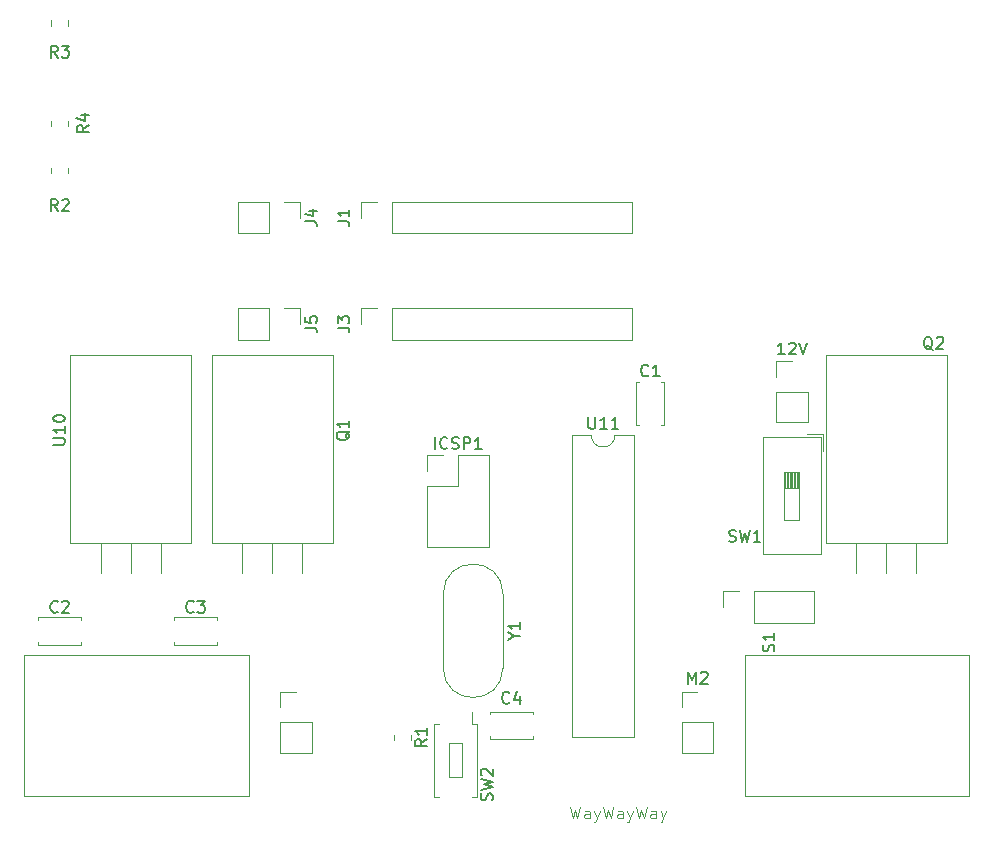
<source format=gbr>
%TF.GenerationSoftware,KiCad,Pcbnew,8.0.8*%
%TF.CreationDate,2025-07-28T16:06:37+02:00*%
%TF.ProjectId,Linefollower Wz.4,4c696e65-666f-46c6-9c6f-77657220577a,4.1*%
%TF.SameCoordinates,Original*%
%TF.FileFunction,Legend,Top*%
%TF.FilePolarity,Positive*%
%FSLAX46Y46*%
G04 Gerber Fmt 4.6, Leading zero omitted, Abs format (unit mm)*
G04 Created by KiCad (PCBNEW 8.0.8) date 2025-07-28 16:06:37*
%MOMM*%
%LPD*%
G01*
G04 APERTURE LIST*
%ADD10C,0.100000*%
%ADD11C,0.150000*%
%ADD12C,0.120000*%
G04 APERTURE END LIST*
D10*
X146000000Y-125000000D02*
X165000000Y-125000000D01*
X165000000Y-137000000D01*
X146000000Y-137000000D01*
X146000000Y-125000000D01*
X85000000Y-125000000D02*
X104000000Y-125000000D01*
X104000000Y-137000000D01*
X85000000Y-137000000D01*
X85000000Y-125000000D01*
X165000000Y-125000000D02*
X165000000Y-137000000D01*
X85000000Y-137000000D02*
X85000000Y-125000000D01*
X131208646Y-137872419D02*
X131446741Y-138872419D01*
X131446741Y-138872419D02*
X131637217Y-138158133D01*
X131637217Y-138158133D02*
X131827693Y-138872419D01*
X131827693Y-138872419D02*
X132065789Y-137872419D01*
X132875312Y-138872419D02*
X132875312Y-138348609D01*
X132875312Y-138348609D02*
X132827693Y-138253371D01*
X132827693Y-138253371D02*
X132732455Y-138205752D01*
X132732455Y-138205752D02*
X132541979Y-138205752D01*
X132541979Y-138205752D02*
X132446741Y-138253371D01*
X132875312Y-138824800D02*
X132780074Y-138872419D01*
X132780074Y-138872419D02*
X132541979Y-138872419D01*
X132541979Y-138872419D02*
X132446741Y-138824800D01*
X132446741Y-138824800D02*
X132399122Y-138729561D01*
X132399122Y-138729561D02*
X132399122Y-138634323D01*
X132399122Y-138634323D02*
X132446741Y-138539085D01*
X132446741Y-138539085D02*
X132541979Y-138491466D01*
X132541979Y-138491466D02*
X132780074Y-138491466D01*
X132780074Y-138491466D02*
X132875312Y-138443847D01*
X133256265Y-138205752D02*
X133494360Y-138872419D01*
X133732455Y-138205752D02*
X133494360Y-138872419D01*
X133494360Y-138872419D02*
X133399122Y-139110514D01*
X133399122Y-139110514D02*
X133351503Y-139158133D01*
X133351503Y-139158133D02*
X133256265Y-139205752D01*
X134018170Y-137872419D02*
X134256265Y-138872419D01*
X134256265Y-138872419D02*
X134446741Y-138158133D01*
X134446741Y-138158133D02*
X134637217Y-138872419D01*
X134637217Y-138872419D02*
X134875313Y-137872419D01*
X135684836Y-138872419D02*
X135684836Y-138348609D01*
X135684836Y-138348609D02*
X135637217Y-138253371D01*
X135637217Y-138253371D02*
X135541979Y-138205752D01*
X135541979Y-138205752D02*
X135351503Y-138205752D01*
X135351503Y-138205752D02*
X135256265Y-138253371D01*
X135684836Y-138824800D02*
X135589598Y-138872419D01*
X135589598Y-138872419D02*
X135351503Y-138872419D01*
X135351503Y-138872419D02*
X135256265Y-138824800D01*
X135256265Y-138824800D02*
X135208646Y-138729561D01*
X135208646Y-138729561D02*
X135208646Y-138634323D01*
X135208646Y-138634323D02*
X135256265Y-138539085D01*
X135256265Y-138539085D02*
X135351503Y-138491466D01*
X135351503Y-138491466D02*
X135589598Y-138491466D01*
X135589598Y-138491466D02*
X135684836Y-138443847D01*
X136065789Y-138205752D02*
X136303884Y-138872419D01*
X136541979Y-138205752D02*
X136303884Y-138872419D01*
X136303884Y-138872419D02*
X136208646Y-139110514D01*
X136208646Y-139110514D02*
X136161027Y-139158133D01*
X136161027Y-139158133D02*
X136065789Y-139205752D01*
X136827694Y-137872419D02*
X137065789Y-138872419D01*
X137065789Y-138872419D02*
X137256265Y-138158133D01*
X137256265Y-138158133D02*
X137446741Y-138872419D01*
X137446741Y-138872419D02*
X137684837Y-137872419D01*
X138494360Y-138872419D02*
X138494360Y-138348609D01*
X138494360Y-138348609D02*
X138446741Y-138253371D01*
X138446741Y-138253371D02*
X138351503Y-138205752D01*
X138351503Y-138205752D02*
X138161027Y-138205752D01*
X138161027Y-138205752D02*
X138065789Y-138253371D01*
X138494360Y-138824800D02*
X138399122Y-138872419D01*
X138399122Y-138872419D02*
X138161027Y-138872419D01*
X138161027Y-138872419D02*
X138065789Y-138824800D01*
X138065789Y-138824800D02*
X138018170Y-138729561D01*
X138018170Y-138729561D02*
X138018170Y-138634323D01*
X138018170Y-138634323D02*
X138065789Y-138539085D01*
X138065789Y-138539085D02*
X138161027Y-138491466D01*
X138161027Y-138491466D02*
X138399122Y-138491466D01*
X138399122Y-138491466D02*
X138494360Y-138443847D01*
X138875313Y-138205752D02*
X139113408Y-138872419D01*
X139351503Y-138205752D02*
X139113408Y-138872419D01*
X139113408Y-138872419D02*
X139018170Y-139110514D01*
X139018170Y-139110514D02*
X138970551Y-139158133D01*
X138970551Y-139158133D02*
X138875313Y-139205752D01*
D11*
X87833333Y-74454819D02*
X87500000Y-73978628D01*
X87261905Y-74454819D02*
X87261905Y-73454819D01*
X87261905Y-73454819D02*
X87642857Y-73454819D01*
X87642857Y-73454819D02*
X87738095Y-73502438D01*
X87738095Y-73502438D02*
X87785714Y-73550057D01*
X87785714Y-73550057D02*
X87833333Y-73645295D01*
X87833333Y-73645295D02*
X87833333Y-73788152D01*
X87833333Y-73788152D02*
X87785714Y-73883390D01*
X87785714Y-73883390D02*
X87738095Y-73931009D01*
X87738095Y-73931009D02*
X87642857Y-73978628D01*
X87642857Y-73978628D02*
X87261905Y-73978628D01*
X88166667Y-73454819D02*
X88785714Y-73454819D01*
X88785714Y-73454819D02*
X88452381Y-73835771D01*
X88452381Y-73835771D02*
X88595238Y-73835771D01*
X88595238Y-73835771D02*
X88690476Y-73883390D01*
X88690476Y-73883390D02*
X88738095Y-73931009D01*
X88738095Y-73931009D02*
X88785714Y-74026247D01*
X88785714Y-74026247D02*
X88785714Y-74264342D01*
X88785714Y-74264342D02*
X88738095Y-74359580D01*
X88738095Y-74359580D02*
X88690476Y-74407200D01*
X88690476Y-74407200D02*
X88595238Y-74454819D01*
X88595238Y-74454819D02*
X88309524Y-74454819D01*
X88309524Y-74454819D02*
X88214286Y-74407200D01*
X88214286Y-74407200D02*
X88166667Y-74359580D01*
X90444819Y-80191666D02*
X89968628Y-80524999D01*
X90444819Y-80763094D02*
X89444819Y-80763094D01*
X89444819Y-80763094D02*
X89444819Y-80382142D01*
X89444819Y-80382142D02*
X89492438Y-80286904D01*
X89492438Y-80286904D02*
X89540057Y-80239285D01*
X89540057Y-80239285D02*
X89635295Y-80191666D01*
X89635295Y-80191666D02*
X89778152Y-80191666D01*
X89778152Y-80191666D02*
X89873390Y-80239285D01*
X89873390Y-80239285D02*
X89921009Y-80286904D01*
X89921009Y-80286904D02*
X89968628Y-80382142D01*
X89968628Y-80382142D02*
X89968628Y-80763094D01*
X89778152Y-79334523D02*
X90444819Y-79334523D01*
X89397200Y-79572618D02*
X90111485Y-79810713D01*
X90111485Y-79810713D02*
X90111485Y-79191666D01*
X111524819Y-97333333D02*
X112239104Y-97333333D01*
X112239104Y-97333333D02*
X112381961Y-97380952D01*
X112381961Y-97380952D02*
X112477200Y-97476190D01*
X112477200Y-97476190D02*
X112524819Y-97619047D01*
X112524819Y-97619047D02*
X112524819Y-97714285D01*
X111524819Y-96952380D02*
X111524819Y-96333333D01*
X111524819Y-96333333D02*
X111905771Y-96666666D01*
X111905771Y-96666666D02*
X111905771Y-96523809D01*
X111905771Y-96523809D02*
X111953390Y-96428571D01*
X111953390Y-96428571D02*
X112001009Y-96380952D01*
X112001009Y-96380952D02*
X112096247Y-96333333D01*
X112096247Y-96333333D02*
X112334342Y-96333333D01*
X112334342Y-96333333D02*
X112429580Y-96380952D01*
X112429580Y-96380952D02*
X112477200Y-96428571D01*
X112477200Y-96428571D02*
X112524819Y-96523809D01*
X112524819Y-96523809D02*
X112524819Y-96809523D01*
X112524819Y-96809523D02*
X112477200Y-96904761D01*
X112477200Y-96904761D02*
X112429580Y-96952380D01*
X108784819Y-88333333D02*
X109499104Y-88333333D01*
X109499104Y-88333333D02*
X109641961Y-88380952D01*
X109641961Y-88380952D02*
X109737200Y-88476190D01*
X109737200Y-88476190D02*
X109784819Y-88619047D01*
X109784819Y-88619047D02*
X109784819Y-88714285D01*
X109118152Y-87428571D02*
X109784819Y-87428571D01*
X108737200Y-87666666D02*
X109451485Y-87904761D01*
X109451485Y-87904761D02*
X109451485Y-87285714D01*
X126083333Y-129059580D02*
X126035714Y-129107200D01*
X126035714Y-129107200D02*
X125892857Y-129154819D01*
X125892857Y-129154819D02*
X125797619Y-129154819D01*
X125797619Y-129154819D02*
X125654762Y-129107200D01*
X125654762Y-129107200D02*
X125559524Y-129011961D01*
X125559524Y-129011961D02*
X125511905Y-128916723D01*
X125511905Y-128916723D02*
X125464286Y-128726247D01*
X125464286Y-128726247D02*
X125464286Y-128583390D01*
X125464286Y-128583390D02*
X125511905Y-128392914D01*
X125511905Y-128392914D02*
X125559524Y-128297676D01*
X125559524Y-128297676D02*
X125654762Y-128202438D01*
X125654762Y-128202438D02*
X125797619Y-128154819D01*
X125797619Y-128154819D02*
X125892857Y-128154819D01*
X125892857Y-128154819D02*
X126035714Y-128202438D01*
X126035714Y-128202438D02*
X126083333Y-128250057D01*
X126940476Y-128488152D02*
X126940476Y-129154819D01*
X126702381Y-128107200D02*
X126464286Y-128821485D01*
X126464286Y-128821485D02*
X127083333Y-128821485D01*
X126503628Y-123466190D02*
X126979819Y-123466190D01*
X125979819Y-123799523D02*
X126503628Y-123466190D01*
X126503628Y-123466190D02*
X125979819Y-123132857D01*
X126979819Y-122275714D02*
X126979819Y-122847142D01*
X126979819Y-122561428D02*
X125979819Y-122561428D01*
X125979819Y-122561428D02*
X126122676Y-122656666D01*
X126122676Y-122656666D02*
X126217914Y-122751904D01*
X126217914Y-122751904D02*
X126265533Y-122847142D01*
X149380952Y-99584819D02*
X148809524Y-99584819D01*
X149095238Y-99584819D02*
X149095238Y-98584819D01*
X149095238Y-98584819D02*
X149000000Y-98727676D01*
X149000000Y-98727676D02*
X148904762Y-98822914D01*
X148904762Y-98822914D02*
X148809524Y-98870533D01*
X149761905Y-98680057D02*
X149809524Y-98632438D01*
X149809524Y-98632438D02*
X149904762Y-98584819D01*
X149904762Y-98584819D02*
X150142857Y-98584819D01*
X150142857Y-98584819D02*
X150238095Y-98632438D01*
X150238095Y-98632438D02*
X150285714Y-98680057D01*
X150285714Y-98680057D02*
X150333333Y-98775295D01*
X150333333Y-98775295D02*
X150333333Y-98870533D01*
X150333333Y-98870533D02*
X150285714Y-99013390D01*
X150285714Y-99013390D02*
X149714286Y-99584819D01*
X149714286Y-99584819D02*
X150333333Y-99584819D01*
X150619048Y-98584819D02*
X150952381Y-99584819D01*
X150952381Y-99584819D02*
X151285714Y-98584819D01*
X87833333Y-121359580D02*
X87785714Y-121407200D01*
X87785714Y-121407200D02*
X87642857Y-121454819D01*
X87642857Y-121454819D02*
X87547619Y-121454819D01*
X87547619Y-121454819D02*
X87404762Y-121407200D01*
X87404762Y-121407200D02*
X87309524Y-121311961D01*
X87309524Y-121311961D02*
X87261905Y-121216723D01*
X87261905Y-121216723D02*
X87214286Y-121026247D01*
X87214286Y-121026247D02*
X87214286Y-120883390D01*
X87214286Y-120883390D02*
X87261905Y-120692914D01*
X87261905Y-120692914D02*
X87309524Y-120597676D01*
X87309524Y-120597676D02*
X87404762Y-120502438D01*
X87404762Y-120502438D02*
X87547619Y-120454819D01*
X87547619Y-120454819D02*
X87642857Y-120454819D01*
X87642857Y-120454819D02*
X87785714Y-120502438D01*
X87785714Y-120502438D02*
X87833333Y-120550057D01*
X88214286Y-120550057D02*
X88261905Y-120502438D01*
X88261905Y-120502438D02*
X88357143Y-120454819D01*
X88357143Y-120454819D02*
X88595238Y-120454819D01*
X88595238Y-120454819D02*
X88690476Y-120502438D01*
X88690476Y-120502438D02*
X88738095Y-120550057D01*
X88738095Y-120550057D02*
X88785714Y-120645295D01*
X88785714Y-120645295D02*
X88785714Y-120740533D01*
X88785714Y-120740533D02*
X88738095Y-120883390D01*
X88738095Y-120883390D02*
X88166667Y-121454819D01*
X88166667Y-121454819D02*
X88785714Y-121454819D01*
X108784819Y-97333333D02*
X109499104Y-97333333D01*
X109499104Y-97333333D02*
X109641961Y-97380952D01*
X109641961Y-97380952D02*
X109737200Y-97476190D01*
X109737200Y-97476190D02*
X109784819Y-97619047D01*
X109784819Y-97619047D02*
X109784819Y-97714285D01*
X108784819Y-96380952D02*
X108784819Y-96857142D01*
X108784819Y-96857142D02*
X109261009Y-96904761D01*
X109261009Y-96904761D02*
X109213390Y-96857142D01*
X109213390Y-96857142D02*
X109165771Y-96761904D01*
X109165771Y-96761904D02*
X109165771Y-96523809D01*
X109165771Y-96523809D02*
X109213390Y-96428571D01*
X109213390Y-96428571D02*
X109261009Y-96380952D01*
X109261009Y-96380952D02*
X109356247Y-96333333D01*
X109356247Y-96333333D02*
X109594342Y-96333333D01*
X109594342Y-96333333D02*
X109689580Y-96380952D01*
X109689580Y-96380952D02*
X109737200Y-96428571D01*
X109737200Y-96428571D02*
X109784819Y-96523809D01*
X109784819Y-96523809D02*
X109784819Y-96761904D01*
X109784819Y-96761904D02*
X109737200Y-96857142D01*
X109737200Y-96857142D02*
X109689580Y-96904761D01*
X124607200Y-137333332D02*
X124654819Y-137190475D01*
X124654819Y-137190475D02*
X124654819Y-136952380D01*
X124654819Y-136952380D02*
X124607200Y-136857142D01*
X124607200Y-136857142D02*
X124559580Y-136809523D01*
X124559580Y-136809523D02*
X124464342Y-136761904D01*
X124464342Y-136761904D02*
X124369104Y-136761904D01*
X124369104Y-136761904D02*
X124273866Y-136809523D01*
X124273866Y-136809523D02*
X124226247Y-136857142D01*
X124226247Y-136857142D02*
X124178628Y-136952380D01*
X124178628Y-136952380D02*
X124131009Y-137142856D01*
X124131009Y-137142856D02*
X124083390Y-137238094D01*
X124083390Y-137238094D02*
X124035771Y-137285713D01*
X124035771Y-137285713D02*
X123940533Y-137333332D01*
X123940533Y-137333332D02*
X123845295Y-137333332D01*
X123845295Y-137333332D02*
X123750057Y-137285713D01*
X123750057Y-137285713D02*
X123702438Y-137238094D01*
X123702438Y-137238094D02*
X123654819Y-137142856D01*
X123654819Y-137142856D02*
X123654819Y-136904761D01*
X123654819Y-136904761D02*
X123702438Y-136761904D01*
X123654819Y-136428570D02*
X124654819Y-136190475D01*
X124654819Y-136190475D02*
X123940533Y-135999999D01*
X123940533Y-135999999D02*
X124654819Y-135809523D01*
X124654819Y-135809523D02*
X123654819Y-135571428D01*
X123750057Y-135238094D02*
X123702438Y-135190475D01*
X123702438Y-135190475D02*
X123654819Y-135095237D01*
X123654819Y-135095237D02*
X123654819Y-134857142D01*
X123654819Y-134857142D02*
X123702438Y-134761904D01*
X123702438Y-134761904D02*
X123750057Y-134714285D01*
X123750057Y-134714285D02*
X123845295Y-134666666D01*
X123845295Y-134666666D02*
X123940533Y-134666666D01*
X123940533Y-134666666D02*
X124083390Y-134714285D01*
X124083390Y-134714285D02*
X124654819Y-135285713D01*
X124654819Y-135285713D02*
X124654819Y-134666666D01*
X112550057Y-106095238D02*
X112502438Y-106190476D01*
X112502438Y-106190476D02*
X112407200Y-106285714D01*
X112407200Y-106285714D02*
X112264342Y-106428571D01*
X112264342Y-106428571D02*
X112216723Y-106523809D01*
X112216723Y-106523809D02*
X112216723Y-106619047D01*
X112454819Y-106571428D02*
X112407200Y-106666666D01*
X112407200Y-106666666D02*
X112311961Y-106761904D01*
X112311961Y-106761904D02*
X112121485Y-106809523D01*
X112121485Y-106809523D02*
X111788152Y-106809523D01*
X111788152Y-106809523D02*
X111597676Y-106761904D01*
X111597676Y-106761904D02*
X111502438Y-106666666D01*
X111502438Y-106666666D02*
X111454819Y-106571428D01*
X111454819Y-106571428D02*
X111454819Y-106380952D01*
X111454819Y-106380952D02*
X111502438Y-106285714D01*
X111502438Y-106285714D02*
X111597676Y-106190476D01*
X111597676Y-106190476D02*
X111788152Y-106142857D01*
X111788152Y-106142857D02*
X112121485Y-106142857D01*
X112121485Y-106142857D02*
X112311961Y-106190476D01*
X112311961Y-106190476D02*
X112407200Y-106285714D01*
X112407200Y-106285714D02*
X112454819Y-106380952D01*
X112454819Y-106380952D02*
X112454819Y-106571428D01*
X112454819Y-105190476D02*
X112454819Y-105761904D01*
X112454819Y-105476190D02*
X111454819Y-105476190D01*
X111454819Y-105476190D02*
X111597676Y-105571428D01*
X111597676Y-105571428D02*
X111692914Y-105666666D01*
X111692914Y-105666666D02*
X111740533Y-105761904D01*
X144666667Y-115407200D02*
X144809524Y-115454819D01*
X144809524Y-115454819D02*
X145047619Y-115454819D01*
X145047619Y-115454819D02*
X145142857Y-115407200D01*
X145142857Y-115407200D02*
X145190476Y-115359580D01*
X145190476Y-115359580D02*
X145238095Y-115264342D01*
X145238095Y-115264342D02*
X145238095Y-115169104D01*
X145238095Y-115169104D02*
X145190476Y-115073866D01*
X145190476Y-115073866D02*
X145142857Y-115026247D01*
X145142857Y-115026247D02*
X145047619Y-114978628D01*
X145047619Y-114978628D02*
X144857143Y-114931009D01*
X144857143Y-114931009D02*
X144761905Y-114883390D01*
X144761905Y-114883390D02*
X144714286Y-114835771D01*
X144714286Y-114835771D02*
X144666667Y-114740533D01*
X144666667Y-114740533D02*
X144666667Y-114645295D01*
X144666667Y-114645295D02*
X144714286Y-114550057D01*
X144714286Y-114550057D02*
X144761905Y-114502438D01*
X144761905Y-114502438D02*
X144857143Y-114454819D01*
X144857143Y-114454819D02*
X145095238Y-114454819D01*
X145095238Y-114454819D02*
X145238095Y-114502438D01*
X145571429Y-114454819D02*
X145809524Y-115454819D01*
X145809524Y-115454819D02*
X146000000Y-114740533D01*
X146000000Y-114740533D02*
X146190476Y-115454819D01*
X146190476Y-115454819D02*
X146428572Y-114454819D01*
X147333333Y-115454819D02*
X146761905Y-115454819D01*
X147047619Y-115454819D02*
X147047619Y-114454819D01*
X147047619Y-114454819D02*
X146952381Y-114597676D01*
X146952381Y-114597676D02*
X146857143Y-114692914D01*
X146857143Y-114692914D02*
X146761905Y-114740533D01*
X99333333Y-121359580D02*
X99285714Y-121407200D01*
X99285714Y-121407200D02*
X99142857Y-121454819D01*
X99142857Y-121454819D02*
X99047619Y-121454819D01*
X99047619Y-121454819D02*
X98904762Y-121407200D01*
X98904762Y-121407200D02*
X98809524Y-121311961D01*
X98809524Y-121311961D02*
X98761905Y-121216723D01*
X98761905Y-121216723D02*
X98714286Y-121026247D01*
X98714286Y-121026247D02*
X98714286Y-120883390D01*
X98714286Y-120883390D02*
X98761905Y-120692914D01*
X98761905Y-120692914D02*
X98809524Y-120597676D01*
X98809524Y-120597676D02*
X98904762Y-120502438D01*
X98904762Y-120502438D02*
X99047619Y-120454819D01*
X99047619Y-120454819D02*
X99142857Y-120454819D01*
X99142857Y-120454819D02*
X99285714Y-120502438D01*
X99285714Y-120502438D02*
X99333333Y-120550057D01*
X99666667Y-120454819D02*
X100285714Y-120454819D01*
X100285714Y-120454819D02*
X99952381Y-120835771D01*
X99952381Y-120835771D02*
X100095238Y-120835771D01*
X100095238Y-120835771D02*
X100190476Y-120883390D01*
X100190476Y-120883390D02*
X100238095Y-120931009D01*
X100238095Y-120931009D02*
X100285714Y-121026247D01*
X100285714Y-121026247D02*
X100285714Y-121264342D01*
X100285714Y-121264342D02*
X100238095Y-121359580D01*
X100238095Y-121359580D02*
X100190476Y-121407200D01*
X100190476Y-121407200D02*
X100095238Y-121454819D01*
X100095238Y-121454819D02*
X99809524Y-121454819D01*
X99809524Y-121454819D02*
X99714286Y-121407200D01*
X99714286Y-121407200D02*
X99666667Y-121359580D01*
X161904761Y-99200057D02*
X161809523Y-99152438D01*
X161809523Y-99152438D02*
X161714285Y-99057200D01*
X161714285Y-99057200D02*
X161571428Y-98914342D01*
X161571428Y-98914342D02*
X161476190Y-98866723D01*
X161476190Y-98866723D02*
X161380952Y-98866723D01*
X161428571Y-99104819D02*
X161333333Y-99057200D01*
X161333333Y-99057200D02*
X161238095Y-98961961D01*
X161238095Y-98961961D02*
X161190476Y-98771485D01*
X161190476Y-98771485D02*
X161190476Y-98438152D01*
X161190476Y-98438152D02*
X161238095Y-98247676D01*
X161238095Y-98247676D02*
X161333333Y-98152438D01*
X161333333Y-98152438D02*
X161428571Y-98104819D01*
X161428571Y-98104819D02*
X161619047Y-98104819D01*
X161619047Y-98104819D02*
X161714285Y-98152438D01*
X161714285Y-98152438D02*
X161809523Y-98247676D01*
X161809523Y-98247676D02*
X161857142Y-98438152D01*
X161857142Y-98438152D02*
X161857142Y-98771485D01*
X161857142Y-98771485D02*
X161809523Y-98961961D01*
X161809523Y-98961961D02*
X161714285Y-99057200D01*
X161714285Y-99057200D02*
X161619047Y-99104819D01*
X161619047Y-99104819D02*
X161428571Y-99104819D01*
X162238095Y-98200057D02*
X162285714Y-98152438D01*
X162285714Y-98152438D02*
X162380952Y-98104819D01*
X162380952Y-98104819D02*
X162619047Y-98104819D01*
X162619047Y-98104819D02*
X162714285Y-98152438D01*
X162714285Y-98152438D02*
X162761904Y-98200057D01*
X162761904Y-98200057D02*
X162809523Y-98295295D01*
X162809523Y-98295295D02*
X162809523Y-98390533D01*
X162809523Y-98390533D02*
X162761904Y-98533390D01*
X162761904Y-98533390D02*
X162190476Y-99104819D01*
X162190476Y-99104819D02*
X162809523Y-99104819D01*
X87454819Y-107238094D02*
X88264342Y-107238094D01*
X88264342Y-107238094D02*
X88359580Y-107190475D01*
X88359580Y-107190475D02*
X88407200Y-107142856D01*
X88407200Y-107142856D02*
X88454819Y-107047618D01*
X88454819Y-107047618D02*
X88454819Y-106857142D01*
X88454819Y-106857142D02*
X88407200Y-106761904D01*
X88407200Y-106761904D02*
X88359580Y-106714285D01*
X88359580Y-106714285D02*
X88264342Y-106666666D01*
X88264342Y-106666666D02*
X87454819Y-106666666D01*
X88454819Y-105666666D02*
X88454819Y-106238094D01*
X88454819Y-105952380D02*
X87454819Y-105952380D01*
X87454819Y-105952380D02*
X87597676Y-106047618D01*
X87597676Y-106047618D02*
X87692914Y-106142856D01*
X87692914Y-106142856D02*
X87740533Y-106238094D01*
X87454819Y-105047618D02*
X87454819Y-104952380D01*
X87454819Y-104952380D02*
X87502438Y-104857142D01*
X87502438Y-104857142D02*
X87550057Y-104809523D01*
X87550057Y-104809523D02*
X87645295Y-104761904D01*
X87645295Y-104761904D02*
X87835771Y-104714285D01*
X87835771Y-104714285D02*
X88073866Y-104714285D01*
X88073866Y-104714285D02*
X88264342Y-104761904D01*
X88264342Y-104761904D02*
X88359580Y-104809523D01*
X88359580Y-104809523D02*
X88407200Y-104857142D01*
X88407200Y-104857142D02*
X88454819Y-104952380D01*
X88454819Y-104952380D02*
X88454819Y-105047618D01*
X88454819Y-105047618D02*
X88407200Y-105142856D01*
X88407200Y-105142856D02*
X88359580Y-105190475D01*
X88359580Y-105190475D02*
X88264342Y-105238094D01*
X88264342Y-105238094D02*
X88073866Y-105285713D01*
X88073866Y-105285713D02*
X87835771Y-105285713D01*
X87835771Y-105285713D02*
X87645295Y-105238094D01*
X87645295Y-105238094D02*
X87550057Y-105190475D01*
X87550057Y-105190475D02*
X87502438Y-105142856D01*
X87502438Y-105142856D02*
X87454819Y-105047618D01*
X132771905Y-104884819D02*
X132771905Y-105694342D01*
X132771905Y-105694342D02*
X132819524Y-105789580D01*
X132819524Y-105789580D02*
X132867143Y-105837200D01*
X132867143Y-105837200D02*
X132962381Y-105884819D01*
X132962381Y-105884819D02*
X133152857Y-105884819D01*
X133152857Y-105884819D02*
X133248095Y-105837200D01*
X133248095Y-105837200D02*
X133295714Y-105789580D01*
X133295714Y-105789580D02*
X133343333Y-105694342D01*
X133343333Y-105694342D02*
X133343333Y-104884819D01*
X134343333Y-105884819D02*
X133771905Y-105884819D01*
X134057619Y-105884819D02*
X134057619Y-104884819D01*
X134057619Y-104884819D02*
X133962381Y-105027676D01*
X133962381Y-105027676D02*
X133867143Y-105122914D01*
X133867143Y-105122914D02*
X133771905Y-105170533D01*
X135295714Y-105884819D02*
X134724286Y-105884819D01*
X135010000Y-105884819D02*
X135010000Y-104884819D01*
X135010000Y-104884819D02*
X134914762Y-105027676D01*
X134914762Y-105027676D02*
X134819524Y-105122914D01*
X134819524Y-105122914D02*
X134724286Y-105170533D01*
X119777619Y-107599819D02*
X119777619Y-106599819D01*
X120825237Y-107504580D02*
X120777618Y-107552200D01*
X120777618Y-107552200D02*
X120634761Y-107599819D01*
X120634761Y-107599819D02*
X120539523Y-107599819D01*
X120539523Y-107599819D02*
X120396666Y-107552200D01*
X120396666Y-107552200D02*
X120301428Y-107456961D01*
X120301428Y-107456961D02*
X120253809Y-107361723D01*
X120253809Y-107361723D02*
X120206190Y-107171247D01*
X120206190Y-107171247D02*
X120206190Y-107028390D01*
X120206190Y-107028390D02*
X120253809Y-106837914D01*
X120253809Y-106837914D02*
X120301428Y-106742676D01*
X120301428Y-106742676D02*
X120396666Y-106647438D01*
X120396666Y-106647438D02*
X120539523Y-106599819D01*
X120539523Y-106599819D02*
X120634761Y-106599819D01*
X120634761Y-106599819D02*
X120777618Y-106647438D01*
X120777618Y-106647438D02*
X120825237Y-106695057D01*
X121206190Y-107552200D02*
X121349047Y-107599819D01*
X121349047Y-107599819D02*
X121587142Y-107599819D01*
X121587142Y-107599819D02*
X121682380Y-107552200D01*
X121682380Y-107552200D02*
X121729999Y-107504580D01*
X121729999Y-107504580D02*
X121777618Y-107409342D01*
X121777618Y-107409342D02*
X121777618Y-107314104D01*
X121777618Y-107314104D02*
X121729999Y-107218866D01*
X121729999Y-107218866D02*
X121682380Y-107171247D01*
X121682380Y-107171247D02*
X121587142Y-107123628D01*
X121587142Y-107123628D02*
X121396666Y-107076009D01*
X121396666Y-107076009D02*
X121301428Y-107028390D01*
X121301428Y-107028390D02*
X121253809Y-106980771D01*
X121253809Y-106980771D02*
X121206190Y-106885533D01*
X121206190Y-106885533D02*
X121206190Y-106790295D01*
X121206190Y-106790295D02*
X121253809Y-106695057D01*
X121253809Y-106695057D02*
X121301428Y-106647438D01*
X121301428Y-106647438D02*
X121396666Y-106599819D01*
X121396666Y-106599819D02*
X121634761Y-106599819D01*
X121634761Y-106599819D02*
X121777618Y-106647438D01*
X122206190Y-107599819D02*
X122206190Y-106599819D01*
X122206190Y-106599819D02*
X122587142Y-106599819D01*
X122587142Y-106599819D02*
X122682380Y-106647438D01*
X122682380Y-106647438D02*
X122729999Y-106695057D01*
X122729999Y-106695057D02*
X122777618Y-106790295D01*
X122777618Y-106790295D02*
X122777618Y-106933152D01*
X122777618Y-106933152D02*
X122729999Y-107028390D01*
X122729999Y-107028390D02*
X122682380Y-107076009D01*
X122682380Y-107076009D02*
X122587142Y-107123628D01*
X122587142Y-107123628D02*
X122206190Y-107123628D01*
X123729999Y-107599819D02*
X123158571Y-107599819D01*
X123444285Y-107599819D02*
X123444285Y-106599819D01*
X123444285Y-106599819D02*
X123349047Y-106742676D01*
X123349047Y-106742676D02*
X123253809Y-106837914D01*
X123253809Y-106837914D02*
X123158571Y-106885533D01*
X141190476Y-127454819D02*
X141190476Y-126454819D01*
X141190476Y-126454819D02*
X141523809Y-127169104D01*
X141523809Y-127169104D02*
X141857142Y-126454819D01*
X141857142Y-126454819D02*
X141857142Y-127454819D01*
X142285714Y-126550057D02*
X142333333Y-126502438D01*
X142333333Y-126502438D02*
X142428571Y-126454819D01*
X142428571Y-126454819D02*
X142666666Y-126454819D01*
X142666666Y-126454819D02*
X142761904Y-126502438D01*
X142761904Y-126502438D02*
X142809523Y-126550057D01*
X142809523Y-126550057D02*
X142857142Y-126645295D01*
X142857142Y-126645295D02*
X142857142Y-126740533D01*
X142857142Y-126740533D02*
X142809523Y-126883390D01*
X142809523Y-126883390D02*
X142238095Y-127454819D01*
X142238095Y-127454819D02*
X142857142Y-127454819D01*
X119104819Y-132166666D02*
X118628628Y-132499999D01*
X119104819Y-132738094D02*
X118104819Y-132738094D01*
X118104819Y-132738094D02*
X118104819Y-132357142D01*
X118104819Y-132357142D02*
X118152438Y-132261904D01*
X118152438Y-132261904D02*
X118200057Y-132214285D01*
X118200057Y-132214285D02*
X118295295Y-132166666D01*
X118295295Y-132166666D02*
X118438152Y-132166666D01*
X118438152Y-132166666D02*
X118533390Y-132214285D01*
X118533390Y-132214285D02*
X118581009Y-132261904D01*
X118581009Y-132261904D02*
X118628628Y-132357142D01*
X118628628Y-132357142D02*
X118628628Y-132738094D01*
X119104819Y-131214285D02*
X119104819Y-131785713D01*
X119104819Y-131499999D02*
X118104819Y-131499999D01*
X118104819Y-131499999D02*
X118247676Y-131595237D01*
X118247676Y-131595237D02*
X118342914Y-131690475D01*
X118342914Y-131690475D02*
X118390533Y-131785713D01*
X87833333Y-87454819D02*
X87500000Y-86978628D01*
X87261905Y-87454819D02*
X87261905Y-86454819D01*
X87261905Y-86454819D02*
X87642857Y-86454819D01*
X87642857Y-86454819D02*
X87738095Y-86502438D01*
X87738095Y-86502438D02*
X87785714Y-86550057D01*
X87785714Y-86550057D02*
X87833333Y-86645295D01*
X87833333Y-86645295D02*
X87833333Y-86788152D01*
X87833333Y-86788152D02*
X87785714Y-86883390D01*
X87785714Y-86883390D02*
X87738095Y-86931009D01*
X87738095Y-86931009D02*
X87642857Y-86978628D01*
X87642857Y-86978628D02*
X87261905Y-86978628D01*
X88214286Y-86550057D02*
X88261905Y-86502438D01*
X88261905Y-86502438D02*
X88357143Y-86454819D01*
X88357143Y-86454819D02*
X88595238Y-86454819D01*
X88595238Y-86454819D02*
X88690476Y-86502438D01*
X88690476Y-86502438D02*
X88738095Y-86550057D01*
X88738095Y-86550057D02*
X88785714Y-86645295D01*
X88785714Y-86645295D02*
X88785714Y-86740533D01*
X88785714Y-86740533D02*
X88738095Y-86883390D01*
X88738095Y-86883390D02*
X88166667Y-87454819D01*
X88166667Y-87454819D02*
X88785714Y-87454819D01*
X111524819Y-88333333D02*
X112239104Y-88333333D01*
X112239104Y-88333333D02*
X112381961Y-88380952D01*
X112381961Y-88380952D02*
X112477200Y-88476190D01*
X112477200Y-88476190D02*
X112524819Y-88619047D01*
X112524819Y-88619047D02*
X112524819Y-88714285D01*
X112524819Y-87333333D02*
X112524819Y-87904761D01*
X112524819Y-87619047D02*
X111524819Y-87619047D01*
X111524819Y-87619047D02*
X111667676Y-87714285D01*
X111667676Y-87714285D02*
X111762914Y-87809523D01*
X111762914Y-87809523D02*
X111810533Y-87904761D01*
X137833333Y-101359580D02*
X137785714Y-101407200D01*
X137785714Y-101407200D02*
X137642857Y-101454819D01*
X137642857Y-101454819D02*
X137547619Y-101454819D01*
X137547619Y-101454819D02*
X137404762Y-101407200D01*
X137404762Y-101407200D02*
X137309524Y-101311961D01*
X137309524Y-101311961D02*
X137261905Y-101216723D01*
X137261905Y-101216723D02*
X137214286Y-101026247D01*
X137214286Y-101026247D02*
X137214286Y-100883390D01*
X137214286Y-100883390D02*
X137261905Y-100692914D01*
X137261905Y-100692914D02*
X137309524Y-100597676D01*
X137309524Y-100597676D02*
X137404762Y-100502438D01*
X137404762Y-100502438D02*
X137547619Y-100454819D01*
X137547619Y-100454819D02*
X137642857Y-100454819D01*
X137642857Y-100454819D02*
X137785714Y-100502438D01*
X137785714Y-100502438D02*
X137833333Y-100550057D01*
X138785714Y-101454819D02*
X138214286Y-101454819D01*
X138500000Y-101454819D02*
X138500000Y-100454819D01*
X138500000Y-100454819D02*
X138404762Y-100597676D01*
X138404762Y-100597676D02*
X138309524Y-100692914D01*
X138309524Y-100692914D02*
X138214286Y-100740533D01*
X148462200Y-124736904D02*
X148509819Y-124594047D01*
X148509819Y-124594047D02*
X148509819Y-124355952D01*
X148509819Y-124355952D02*
X148462200Y-124260714D01*
X148462200Y-124260714D02*
X148414580Y-124213095D01*
X148414580Y-124213095D02*
X148319342Y-124165476D01*
X148319342Y-124165476D02*
X148224104Y-124165476D01*
X148224104Y-124165476D02*
X148128866Y-124213095D01*
X148128866Y-124213095D02*
X148081247Y-124260714D01*
X148081247Y-124260714D02*
X148033628Y-124355952D01*
X148033628Y-124355952D02*
X147986009Y-124546428D01*
X147986009Y-124546428D02*
X147938390Y-124641666D01*
X147938390Y-124641666D02*
X147890771Y-124689285D01*
X147890771Y-124689285D02*
X147795533Y-124736904D01*
X147795533Y-124736904D02*
X147700295Y-124736904D01*
X147700295Y-124736904D02*
X147605057Y-124689285D01*
X147605057Y-124689285D02*
X147557438Y-124641666D01*
X147557438Y-124641666D02*
X147509819Y-124546428D01*
X147509819Y-124546428D02*
X147509819Y-124308333D01*
X147509819Y-124308333D02*
X147557438Y-124165476D01*
X148509819Y-123213095D02*
X148509819Y-123784523D01*
X148509819Y-123498809D02*
X147509819Y-123498809D01*
X147509819Y-123498809D02*
X147652676Y-123594047D01*
X147652676Y-123594047D02*
X147747914Y-123689285D01*
X147747914Y-123689285D02*
X147795533Y-123784523D01*
D12*
%TO.C,R3*%
X87255000Y-71752064D02*
X87255000Y-71297936D01*
X88725000Y-71752064D02*
X88725000Y-71297936D01*
%TO.C,R4*%
X87255000Y-80252064D02*
X87255000Y-79797936D01*
X88725000Y-80252064D02*
X88725000Y-79797936D01*
%TO.C,J3*%
X113510000Y-95670000D02*
X114840000Y-95670000D01*
X113510000Y-97000000D02*
X113510000Y-95670000D01*
X116110000Y-95670000D02*
X136490000Y-95670000D01*
X116110000Y-98330000D02*
X116110000Y-95670000D01*
X116110000Y-98330000D02*
X136490000Y-98330000D01*
X136490000Y-98330000D02*
X136490000Y-95670000D01*
%TO.C,J4*%
X103130000Y-86670000D02*
X103130000Y-89330000D01*
X105730000Y-86670000D02*
X103130000Y-86670000D01*
X105730000Y-86670000D02*
X105730000Y-89330000D01*
X105730000Y-89330000D02*
X103130000Y-89330000D01*
X107000000Y-86670000D02*
X108330000Y-86670000D01*
X108330000Y-86670000D02*
X108330000Y-88000000D01*
%TO.C,C4*%
X124430000Y-129830000D02*
X124430000Y-130075000D01*
X124430000Y-129830000D02*
X128070000Y-129830000D01*
X124430000Y-131925000D02*
X124430000Y-132170000D01*
X124430000Y-132170000D02*
X128070000Y-132170000D01*
X128070000Y-129830000D02*
X128070000Y-130075000D01*
X128070000Y-131925000D02*
X128070000Y-132170000D01*
%TO.C,Y1*%
X120475000Y-119865000D02*
X120475000Y-126115000D01*
X125525000Y-119865000D02*
X125525000Y-126115000D01*
X120475000Y-119865000D02*
G75*
G02*
X125525000Y-119865000I2525000J0D01*
G01*
X125525000Y-126115000D02*
G75*
G02*
X120475000Y-126115000I-2525000J0D01*
G01*
%TO.C,12V*%
X148670000Y-100130000D02*
X150000000Y-100130000D01*
X148670000Y-101460000D02*
X148670000Y-100130000D01*
X148670000Y-102730000D02*
X148670000Y-105330000D01*
X148670000Y-102730000D02*
X151330000Y-102730000D01*
X148670000Y-105330000D02*
X151330000Y-105330000D01*
X151330000Y-102730000D02*
X151330000Y-105330000D01*
%TO.C,C2*%
X86180000Y-122075000D02*
X86180000Y-121830000D01*
X86180000Y-124170000D02*
X86180000Y-123925000D01*
X89820000Y-121830000D02*
X86180000Y-121830000D01*
X89820000Y-122075000D02*
X89820000Y-121830000D01*
X89820000Y-124170000D02*
X86180000Y-124170000D01*
X89820000Y-124170000D02*
X89820000Y-123925000D01*
%TO.C,M1*%
X106670000Y-128130000D02*
X108000000Y-128130000D01*
X106670000Y-129460000D02*
X106670000Y-128130000D01*
X106670000Y-130730000D02*
X106670000Y-133330000D01*
X106670000Y-130730000D02*
X109330000Y-130730000D01*
X106670000Y-133330000D02*
X109330000Y-133330000D01*
X109330000Y-130730000D02*
X109330000Y-133330000D01*
%TO.C,J5*%
X103130000Y-95670000D02*
X103130000Y-98330000D01*
X105730000Y-95670000D02*
X103130000Y-95670000D01*
X105730000Y-95670000D02*
X105730000Y-98330000D01*
X105730000Y-98330000D02*
X103130000Y-98330000D01*
X107000000Y-95670000D02*
X108330000Y-95670000D01*
X108330000Y-95670000D02*
X108330000Y-97000000D01*
%TO.C,SW2*%
X119650000Y-130900000D02*
X119650000Y-137100000D01*
X120110000Y-130900000D02*
X119650000Y-130900000D01*
X120110000Y-137100000D02*
X119650000Y-137100000D01*
X122890000Y-130900000D02*
X122890000Y-129900000D01*
X123350000Y-130900000D02*
X122890000Y-130900000D01*
X123350000Y-137100000D02*
X122890000Y-137100000D01*
X123350000Y-137100000D02*
X123350000Y-130900000D01*
X122050000Y-132500000D02*
X121000000Y-132500000D01*
X121000000Y-135350000D01*
X122050000Y-135350000D01*
X122050000Y-132500000D01*
%TO.C,Q1*%
X100880000Y-99650000D02*
X100880000Y-115540000D01*
X100880000Y-99650000D02*
X111120000Y-99650000D01*
X100880000Y-115540000D02*
X111120000Y-115540000D01*
X103460000Y-115540000D02*
X103460000Y-118080000D01*
X106000000Y-115540000D02*
X106000000Y-118080000D01*
X108540000Y-115540000D02*
X108540000Y-118080000D01*
X111120000Y-99650000D02*
X111120000Y-115540000D01*
%TO.C,SW1*%
X147580000Y-106592500D02*
X147580000Y-116492500D01*
X149365000Y-109512500D02*
X149365000Y-113572500D01*
X149365000Y-113572500D02*
X150635000Y-113572500D01*
X149435000Y-109512500D02*
X149435000Y-110865833D01*
X149555000Y-109512500D02*
X149555000Y-110865833D01*
X149675000Y-109512500D02*
X149675000Y-110865833D01*
X149795000Y-109512500D02*
X149795000Y-110865833D01*
X149915000Y-109512500D02*
X149915000Y-110865833D01*
X150035000Y-109512500D02*
X150035000Y-110865833D01*
X150155000Y-109512500D02*
X150155000Y-110865833D01*
X150275000Y-109512500D02*
X150275000Y-110865833D01*
X150395000Y-109512500D02*
X150395000Y-110865833D01*
X150515000Y-109512500D02*
X150515000Y-110865833D01*
X150635000Y-109512500D02*
X149365000Y-109512500D01*
X150635000Y-110865833D02*
X149365000Y-110865833D01*
X150635000Y-113572500D02*
X150635000Y-109512500D01*
X152420000Y-106592500D02*
X147580000Y-106592500D01*
X152420000Y-106592500D02*
X152420000Y-116492500D01*
X152420000Y-116492500D02*
X147580000Y-116492500D01*
X152660000Y-106352500D02*
X151277000Y-106352500D01*
X152660000Y-106352500D02*
X152660000Y-107736500D01*
%TO.C,C3*%
X97680000Y-122075000D02*
X97680000Y-121830000D01*
X97680000Y-124170000D02*
X97680000Y-123925000D01*
X101320000Y-121830000D02*
X97680000Y-121830000D01*
X101320000Y-122075000D02*
X101320000Y-121830000D01*
X101320000Y-124170000D02*
X97680000Y-124170000D01*
X101320000Y-124170000D02*
X101320000Y-123925000D01*
%TO.C,Q2*%
X152880000Y-99650000D02*
X152880000Y-115540000D01*
X152880000Y-99650000D02*
X163120000Y-99650000D01*
X152880000Y-115540000D02*
X163120000Y-115540000D01*
X155460000Y-115540000D02*
X155460000Y-118080000D01*
X158000000Y-115540000D02*
X158000000Y-118080000D01*
X160540000Y-115540000D02*
X160540000Y-118080000D01*
X163120000Y-99650000D02*
X163120000Y-115540000D01*
%TO.C,U10*%
X88880000Y-99650000D02*
X88880000Y-115540000D01*
X88880000Y-99650000D02*
X99120000Y-99650000D01*
X88880000Y-115540000D02*
X99120000Y-115540000D01*
X91460000Y-115540000D02*
X91460000Y-118080000D01*
X94000000Y-115540000D02*
X94000000Y-118080000D01*
X96540000Y-115540000D02*
X96540000Y-118080000D01*
X99120000Y-99650000D02*
X99120000Y-115540000D01*
%TO.C,U11*%
X131360000Y-106430000D02*
X131360000Y-131950000D01*
X131360000Y-131950000D02*
X136660000Y-131950000D01*
X133010000Y-106430000D02*
X131360000Y-106430000D01*
X136660000Y-106430000D02*
X135010000Y-106430000D01*
X136660000Y-131950000D02*
X136660000Y-106430000D01*
X135010000Y-106430000D02*
G75*
G02*
X133010000Y-106430000I-1000000J0D01*
G01*
%TO.C,ICSP1*%
X119130000Y-108145000D02*
X120460000Y-108145000D01*
X119130000Y-109475000D02*
X119130000Y-108145000D01*
X119130000Y-110745000D02*
X119130000Y-115885000D01*
X119130000Y-110745000D02*
X121730000Y-110745000D01*
X119130000Y-115885000D02*
X124330000Y-115885000D01*
X121730000Y-108145000D02*
X124330000Y-108145000D01*
X121730000Y-110745000D02*
X121730000Y-108145000D01*
X124330000Y-108145000D02*
X124330000Y-115885000D01*
%TO.C,M2*%
X140670000Y-128130000D02*
X142000000Y-128130000D01*
X140670000Y-129460000D02*
X140670000Y-128130000D01*
X140670000Y-130730000D02*
X140670000Y-133330000D01*
X140670000Y-130730000D02*
X143330000Y-130730000D01*
X140670000Y-133330000D02*
X143330000Y-133330000D01*
X143330000Y-130730000D02*
X143330000Y-133330000D01*
%TO.C,R1*%
X116265000Y-131772936D02*
X116265000Y-132227064D01*
X117735000Y-131772936D02*
X117735000Y-132227064D01*
%TO.C,R2*%
X87255000Y-84252064D02*
X87255000Y-83797936D01*
X88725000Y-84252064D02*
X88725000Y-83797936D01*
%TO.C,J1*%
X113510000Y-86670000D02*
X114840000Y-86670000D01*
X113510000Y-88000000D02*
X113510000Y-86670000D01*
X116110000Y-86670000D02*
X136490000Y-86670000D01*
X116110000Y-89330000D02*
X116110000Y-86670000D01*
X116110000Y-89330000D02*
X136490000Y-89330000D01*
X136490000Y-89330000D02*
X136490000Y-86670000D01*
%TO.C,C1*%
X136830000Y-101930000D02*
X137075000Y-101930000D01*
X136830000Y-105570000D02*
X136830000Y-101930000D01*
X136830000Y-105570000D02*
X137075000Y-105570000D01*
X138925000Y-101930000D02*
X139170000Y-101930000D01*
X138925000Y-105570000D02*
X139170000Y-105570000D01*
X139170000Y-105570000D02*
X139170000Y-101930000D01*
%TO.C,S1*%
X144145000Y-119645000D02*
X145475000Y-119645000D01*
X144145000Y-120975000D02*
X144145000Y-119645000D01*
X146745000Y-119645000D02*
X151885000Y-119645000D01*
X146745000Y-122305000D02*
X146745000Y-119645000D01*
X146745000Y-122305000D02*
X151885000Y-122305000D01*
X151885000Y-122305000D02*
X151885000Y-119645000D01*
%TD*%
M02*

</source>
